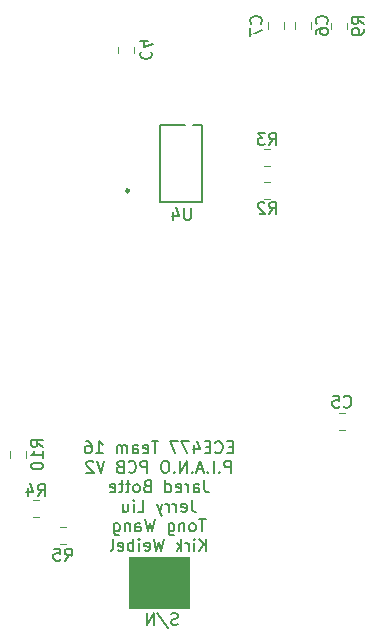
<source format=gbo>
%TF.GenerationSoftware,KiCad,Pcbnew,(5.1.5-0-10_14)*%
%TF.CreationDate,2021-10-12T17:28:20-04:00*%
%TF.ProjectId,piano_aid_pcb,7069616e-6f5f-4616-9964-5f7063622e6b,2*%
%TF.SameCoordinates,Original*%
%TF.FileFunction,Legend,Bot*%
%TF.FilePolarity,Positive*%
%FSLAX46Y46*%
G04 Gerber Fmt 4.6, Leading zero omitted, Abs format (unit mm)*
G04 Created by KiCad (PCBNEW (5.1.5-0-10_14)) date 2021-10-12 17:28:20*
%MOMM*%
%LPD*%
G04 APERTURE LIST*
%ADD10C,0.150000*%
%ADD11C,0.100000*%
%ADD12C,0.250000*%
%ADD13C,0.120000*%
%ADD14C,2.351600*%
%ADD15C,1.801600*%
%ADD16R,1.701600X3.401600*%
%ADD17R,1.701600X1.301600*%
%ADD18R,2.351600X2.351600*%
%ADD19C,2.301600*%
%ADD20O,1.701600X1.701600*%
%ADD21R,1.701600X1.701600*%
%ADD22R,1.801600X1.801600*%
%ADD23O,1.801600X1.801600*%
%ADD24C,2.101600*%
%ADD25R,2.101600X2.101600*%
%ADD26C,3.686600*%
%ADD27C,2.201600*%
%ADD28C,0.787400*%
G04 APERTURE END LIST*
D10*
X135699333Y-132992761D02*
X135556476Y-133040380D01*
X135318380Y-133040380D01*
X135223142Y-132992761D01*
X135175523Y-132945142D01*
X135127904Y-132849904D01*
X135127904Y-132754666D01*
X135175523Y-132659428D01*
X135223142Y-132611809D01*
X135318380Y-132564190D01*
X135508857Y-132516571D01*
X135604095Y-132468952D01*
X135651714Y-132421333D01*
X135699333Y-132326095D01*
X135699333Y-132230857D01*
X135651714Y-132135619D01*
X135604095Y-132088000D01*
X135508857Y-132040380D01*
X135270761Y-132040380D01*
X135127904Y-132088000D01*
X133985047Y-131992761D02*
X134842190Y-133278476D01*
X133651714Y-133040380D02*
X133651714Y-132040380D01*
X133080285Y-133040380D01*
X133080285Y-132040380D01*
D11*
G36*
X136652000Y-131572000D02*
G01*
X131572000Y-131572000D01*
X131572000Y-127254000D01*
X136652000Y-127254000D01*
X136652000Y-131572000D01*
G37*
X136652000Y-131572000D02*
X131572000Y-131572000D01*
X131572000Y-127254000D01*
X136652000Y-127254000D01*
X136652000Y-131572000D01*
D10*
X140350095Y-117977571D02*
X140016761Y-117977571D01*
X139873904Y-118501380D02*
X140350095Y-118501380D01*
X140350095Y-117501380D01*
X139873904Y-117501380D01*
X138873904Y-118406142D02*
X138921523Y-118453761D01*
X139064380Y-118501380D01*
X139159619Y-118501380D01*
X139302476Y-118453761D01*
X139397714Y-118358523D01*
X139445333Y-118263285D01*
X139492952Y-118072809D01*
X139492952Y-117929952D01*
X139445333Y-117739476D01*
X139397714Y-117644238D01*
X139302476Y-117549000D01*
X139159619Y-117501380D01*
X139064380Y-117501380D01*
X138921523Y-117549000D01*
X138873904Y-117596619D01*
X138445333Y-117977571D02*
X138112000Y-117977571D01*
X137969142Y-118501380D02*
X138445333Y-118501380D01*
X138445333Y-117501380D01*
X137969142Y-117501380D01*
X137112000Y-117834714D02*
X137112000Y-118501380D01*
X137350095Y-117453761D02*
X137588190Y-118168047D01*
X136969142Y-118168047D01*
X136683428Y-117501380D02*
X136016761Y-117501380D01*
X136445333Y-118501380D01*
X135731047Y-117501380D02*
X135064380Y-117501380D01*
X135492952Y-118501380D01*
X134064380Y-117501380D02*
X133492952Y-117501380D01*
X133778666Y-118501380D02*
X133778666Y-117501380D01*
X132778666Y-118453761D02*
X132873904Y-118501380D01*
X133064380Y-118501380D01*
X133159619Y-118453761D01*
X133207238Y-118358523D01*
X133207238Y-117977571D01*
X133159619Y-117882333D01*
X133064380Y-117834714D01*
X132873904Y-117834714D01*
X132778666Y-117882333D01*
X132731047Y-117977571D01*
X132731047Y-118072809D01*
X133207238Y-118168047D01*
X131873904Y-118501380D02*
X131873904Y-117977571D01*
X131921523Y-117882333D01*
X132016761Y-117834714D01*
X132207238Y-117834714D01*
X132302476Y-117882333D01*
X131873904Y-118453761D02*
X131969142Y-118501380D01*
X132207238Y-118501380D01*
X132302476Y-118453761D01*
X132350095Y-118358523D01*
X132350095Y-118263285D01*
X132302476Y-118168047D01*
X132207238Y-118120428D01*
X131969142Y-118120428D01*
X131873904Y-118072809D01*
X131397714Y-118501380D02*
X131397714Y-117834714D01*
X131397714Y-117929952D02*
X131350095Y-117882333D01*
X131254857Y-117834714D01*
X131112000Y-117834714D01*
X131016761Y-117882333D01*
X130969142Y-117977571D01*
X130969142Y-118501380D01*
X130969142Y-117977571D02*
X130921523Y-117882333D01*
X130826285Y-117834714D01*
X130683428Y-117834714D01*
X130588190Y-117882333D01*
X130540571Y-117977571D01*
X130540571Y-118501380D01*
X128778666Y-118501380D02*
X129350095Y-118501380D01*
X129064380Y-118501380D02*
X129064380Y-117501380D01*
X129159619Y-117644238D01*
X129254857Y-117739476D01*
X129350095Y-117787095D01*
X127921523Y-117501380D02*
X128112000Y-117501380D01*
X128207238Y-117549000D01*
X128254857Y-117596619D01*
X128350095Y-117739476D01*
X128397714Y-117929952D01*
X128397714Y-118310904D01*
X128350095Y-118406142D01*
X128302476Y-118453761D01*
X128207238Y-118501380D01*
X128016761Y-118501380D01*
X127921523Y-118453761D01*
X127873904Y-118406142D01*
X127826285Y-118310904D01*
X127826285Y-118072809D01*
X127873904Y-117977571D01*
X127921523Y-117929952D01*
X128016761Y-117882333D01*
X128207238Y-117882333D01*
X128302476Y-117929952D01*
X128350095Y-117977571D01*
X128397714Y-118072809D01*
X140207238Y-120151380D02*
X140207238Y-119151380D01*
X139826285Y-119151380D01*
X139731047Y-119199000D01*
X139683428Y-119246619D01*
X139635809Y-119341857D01*
X139635809Y-119484714D01*
X139683428Y-119579952D01*
X139731047Y-119627571D01*
X139826285Y-119675190D01*
X140207238Y-119675190D01*
X139207238Y-120056142D02*
X139159619Y-120103761D01*
X139207238Y-120151380D01*
X139254857Y-120103761D01*
X139207238Y-120056142D01*
X139207238Y-120151380D01*
X138731047Y-120151380D02*
X138731047Y-119151380D01*
X138254857Y-120056142D02*
X138207238Y-120103761D01*
X138254857Y-120151380D01*
X138302476Y-120103761D01*
X138254857Y-120056142D01*
X138254857Y-120151380D01*
X137826285Y-119865666D02*
X137350095Y-119865666D01*
X137921523Y-120151380D02*
X137588190Y-119151380D01*
X137254857Y-120151380D01*
X136921523Y-120056142D02*
X136873904Y-120103761D01*
X136921523Y-120151380D01*
X136969142Y-120103761D01*
X136921523Y-120056142D01*
X136921523Y-120151380D01*
X136445333Y-120151380D02*
X136445333Y-119151380D01*
X135873904Y-120151380D01*
X135873904Y-119151380D01*
X135397714Y-120056142D02*
X135350095Y-120103761D01*
X135397714Y-120151380D01*
X135445333Y-120103761D01*
X135397714Y-120056142D01*
X135397714Y-120151380D01*
X134731047Y-119151380D02*
X134540571Y-119151380D01*
X134445333Y-119199000D01*
X134350095Y-119294238D01*
X134302476Y-119484714D01*
X134302476Y-119818047D01*
X134350095Y-120008523D01*
X134445333Y-120103761D01*
X134540571Y-120151380D01*
X134731047Y-120151380D01*
X134826285Y-120103761D01*
X134921523Y-120008523D01*
X134969142Y-119818047D01*
X134969142Y-119484714D01*
X134921523Y-119294238D01*
X134826285Y-119199000D01*
X134731047Y-119151380D01*
X133112000Y-120151380D02*
X133112000Y-119151380D01*
X132731047Y-119151380D01*
X132635809Y-119199000D01*
X132588190Y-119246619D01*
X132540571Y-119341857D01*
X132540571Y-119484714D01*
X132588190Y-119579952D01*
X132635809Y-119627571D01*
X132731047Y-119675190D01*
X133112000Y-119675190D01*
X131540571Y-120056142D02*
X131588190Y-120103761D01*
X131731047Y-120151380D01*
X131826285Y-120151380D01*
X131969142Y-120103761D01*
X132064380Y-120008523D01*
X132112000Y-119913285D01*
X132159619Y-119722809D01*
X132159619Y-119579952D01*
X132112000Y-119389476D01*
X132064380Y-119294238D01*
X131969142Y-119199000D01*
X131826285Y-119151380D01*
X131731047Y-119151380D01*
X131588190Y-119199000D01*
X131540571Y-119246619D01*
X130778666Y-119627571D02*
X130635809Y-119675190D01*
X130588190Y-119722809D01*
X130540571Y-119818047D01*
X130540571Y-119960904D01*
X130588190Y-120056142D01*
X130635809Y-120103761D01*
X130731047Y-120151380D01*
X131112000Y-120151380D01*
X131112000Y-119151380D01*
X130778666Y-119151380D01*
X130683428Y-119199000D01*
X130635809Y-119246619D01*
X130588190Y-119341857D01*
X130588190Y-119437095D01*
X130635809Y-119532333D01*
X130683428Y-119579952D01*
X130778666Y-119627571D01*
X131112000Y-119627571D01*
X129492952Y-119151380D02*
X129159619Y-120151380D01*
X128826285Y-119151380D01*
X128540571Y-119246619D02*
X128492952Y-119199000D01*
X128397714Y-119151380D01*
X128159619Y-119151380D01*
X128064380Y-119199000D01*
X128016761Y-119246619D01*
X127969142Y-119341857D01*
X127969142Y-119437095D01*
X128016761Y-119579952D01*
X128588190Y-120151380D01*
X127969142Y-120151380D01*
X137945333Y-120801380D02*
X137945333Y-121515666D01*
X137992952Y-121658523D01*
X138088190Y-121753761D01*
X138231047Y-121801380D01*
X138326285Y-121801380D01*
X137040571Y-121801380D02*
X137040571Y-121277571D01*
X137088190Y-121182333D01*
X137183428Y-121134714D01*
X137373904Y-121134714D01*
X137469142Y-121182333D01*
X137040571Y-121753761D02*
X137135809Y-121801380D01*
X137373904Y-121801380D01*
X137469142Y-121753761D01*
X137516761Y-121658523D01*
X137516761Y-121563285D01*
X137469142Y-121468047D01*
X137373904Y-121420428D01*
X137135809Y-121420428D01*
X137040571Y-121372809D01*
X136564380Y-121801380D02*
X136564380Y-121134714D01*
X136564380Y-121325190D02*
X136516761Y-121229952D01*
X136469142Y-121182333D01*
X136373904Y-121134714D01*
X136278666Y-121134714D01*
X135564380Y-121753761D02*
X135659619Y-121801380D01*
X135850095Y-121801380D01*
X135945333Y-121753761D01*
X135992952Y-121658523D01*
X135992952Y-121277571D01*
X135945333Y-121182333D01*
X135850095Y-121134714D01*
X135659619Y-121134714D01*
X135564380Y-121182333D01*
X135516761Y-121277571D01*
X135516761Y-121372809D01*
X135992952Y-121468047D01*
X134659619Y-121801380D02*
X134659619Y-120801380D01*
X134659619Y-121753761D02*
X134754857Y-121801380D01*
X134945333Y-121801380D01*
X135040571Y-121753761D01*
X135088190Y-121706142D01*
X135135809Y-121610904D01*
X135135809Y-121325190D01*
X135088190Y-121229952D01*
X135040571Y-121182333D01*
X134945333Y-121134714D01*
X134754857Y-121134714D01*
X134659619Y-121182333D01*
X133088190Y-121277571D02*
X132945333Y-121325190D01*
X132897714Y-121372809D01*
X132850095Y-121468047D01*
X132850095Y-121610904D01*
X132897714Y-121706142D01*
X132945333Y-121753761D01*
X133040571Y-121801380D01*
X133421523Y-121801380D01*
X133421523Y-120801380D01*
X133088190Y-120801380D01*
X132992952Y-120849000D01*
X132945333Y-120896619D01*
X132897714Y-120991857D01*
X132897714Y-121087095D01*
X132945333Y-121182333D01*
X132992952Y-121229952D01*
X133088190Y-121277571D01*
X133421523Y-121277571D01*
X132278666Y-121801380D02*
X132373904Y-121753761D01*
X132421523Y-121706142D01*
X132469142Y-121610904D01*
X132469142Y-121325190D01*
X132421523Y-121229952D01*
X132373904Y-121182333D01*
X132278666Y-121134714D01*
X132135809Y-121134714D01*
X132040571Y-121182333D01*
X131992952Y-121229952D01*
X131945333Y-121325190D01*
X131945333Y-121610904D01*
X131992952Y-121706142D01*
X132040571Y-121753761D01*
X132135809Y-121801380D01*
X132278666Y-121801380D01*
X131659619Y-121134714D02*
X131278666Y-121134714D01*
X131516761Y-120801380D02*
X131516761Y-121658523D01*
X131469142Y-121753761D01*
X131373904Y-121801380D01*
X131278666Y-121801380D01*
X131088190Y-121134714D02*
X130707238Y-121134714D01*
X130945333Y-120801380D02*
X130945333Y-121658523D01*
X130897714Y-121753761D01*
X130802476Y-121801380D01*
X130707238Y-121801380D01*
X129992952Y-121753761D02*
X130088190Y-121801380D01*
X130278666Y-121801380D01*
X130373904Y-121753761D01*
X130421523Y-121658523D01*
X130421523Y-121277571D01*
X130373904Y-121182333D01*
X130278666Y-121134714D01*
X130088190Y-121134714D01*
X129992952Y-121182333D01*
X129945333Y-121277571D01*
X129945333Y-121372809D01*
X130421523Y-121468047D01*
X136873904Y-122451380D02*
X136873904Y-123165666D01*
X136921523Y-123308523D01*
X137016761Y-123403761D01*
X137159619Y-123451380D01*
X137254857Y-123451380D01*
X136016761Y-123403761D02*
X136112000Y-123451380D01*
X136302476Y-123451380D01*
X136397714Y-123403761D01*
X136445333Y-123308523D01*
X136445333Y-122927571D01*
X136397714Y-122832333D01*
X136302476Y-122784714D01*
X136112000Y-122784714D01*
X136016761Y-122832333D01*
X135969142Y-122927571D01*
X135969142Y-123022809D01*
X136445333Y-123118047D01*
X135540571Y-123451380D02*
X135540571Y-122784714D01*
X135540571Y-122975190D02*
X135492952Y-122879952D01*
X135445333Y-122832333D01*
X135350095Y-122784714D01*
X135254857Y-122784714D01*
X134921523Y-123451380D02*
X134921523Y-122784714D01*
X134921523Y-122975190D02*
X134873904Y-122879952D01*
X134826285Y-122832333D01*
X134731047Y-122784714D01*
X134635809Y-122784714D01*
X134397714Y-122784714D02*
X134159619Y-123451380D01*
X133921523Y-122784714D02*
X134159619Y-123451380D01*
X134254857Y-123689476D01*
X134302476Y-123737095D01*
X134397714Y-123784714D01*
X132302476Y-123451380D02*
X132778666Y-123451380D01*
X132778666Y-122451380D01*
X131969142Y-123451380D02*
X131969142Y-122784714D01*
X131969142Y-122451380D02*
X132016761Y-122499000D01*
X131969142Y-122546619D01*
X131921523Y-122499000D01*
X131969142Y-122451380D01*
X131969142Y-122546619D01*
X131064380Y-122784714D02*
X131064380Y-123451380D01*
X131492952Y-122784714D02*
X131492952Y-123308523D01*
X131445333Y-123403761D01*
X131350095Y-123451380D01*
X131207238Y-123451380D01*
X131112000Y-123403761D01*
X131064380Y-123356142D01*
X138064380Y-124101380D02*
X137492952Y-124101380D01*
X137778666Y-125101380D02*
X137778666Y-124101380D01*
X137016761Y-125101380D02*
X137112000Y-125053761D01*
X137159619Y-125006142D01*
X137207238Y-124910904D01*
X137207238Y-124625190D01*
X137159619Y-124529952D01*
X137112000Y-124482333D01*
X137016761Y-124434714D01*
X136873904Y-124434714D01*
X136778666Y-124482333D01*
X136731047Y-124529952D01*
X136683428Y-124625190D01*
X136683428Y-124910904D01*
X136731047Y-125006142D01*
X136778666Y-125053761D01*
X136873904Y-125101380D01*
X137016761Y-125101380D01*
X136254857Y-124434714D02*
X136254857Y-125101380D01*
X136254857Y-124529952D02*
X136207238Y-124482333D01*
X136112000Y-124434714D01*
X135969142Y-124434714D01*
X135873904Y-124482333D01*
X135826285Y-124577571D01*
X135826285Y-125101380D01*
X134921523Y-124434714D02*
X134921523Y-125244238D01*
X134969142Y-125339476D01*
X135016761Y-125387095D01*
X135112000Y-125434714D01*
X135254857Y-125434714D01*
X135350095Y-125387095D01*
X134921523Y-125053761D02*
X135016761Y-125101380D01*
X135207238Y-125101380D01*
X135302476Y-125053761D01*
X135350095Y-125006142D01*
X135397714Y-124910904D01*
X135397714Y-124625190D01*
X135350095Y-124529952D01*
X135302476Y-124482333D01*
X135207238Y-124434714D01*
X135016761Y-124434714D01*
X134921523Y-124482333D01*
X133778666Y-124101380D02*
X133540571Y-125101380D01*
X133350095Y-124387095D01*
X133159619Y-125101380D01*
X132921523Y-124101380D01*
X132112000Y-125101380D02*
X132112000Y-124577571D01*
X132159619Y-124482333D01*
X132254857Y-124434714D01*
X132445333Y-124434714D01*
X132540571Y-124482333D01*
X132112000Y-125053761D02*
X132207238Y-125101380D01*
X132445333Y-125101380D01*
X132540571Y-125053761D01*
X132588190Y-124958523D01*
X132588190Y-124863285D01*
X132540571Y-124768047D01*
X132445333Y-124720428D01*
X132207238Y-124720428D01*
X132112000Y-124672809D01*
X131635809Y-124434714D02*
X131635809Y-125101380D01*
X131635809Y-124529952D02*
X131588190Y-124482333D01*
X131492952Y-124434714D01*
X131350095Y-124434714D01*
X131254857Y-124482333D01*
X131207238Y-124577571D01*
X131207238Y-125101380D01*
X130302476Y-124434714D02*
X130302476Y-125244238D01*
X130350095Y-125339476D01*
X130397714Y-125387095D01*
X130492952Y-125434714D01*
X130635809Y-125434714D01*
X130731047Y-125387095D01*
X130302476Y-125053761D02*
X130397714Y-125101380D01*
X130588190Y-125101380D01*
X130683428Y-125053761D01*
X130731047Y-125006142D01*
X130778666Y-124910904D01*
X130778666Y-124625190D01*
X130731047Y-124529952D01*
X130683428Y-124482333D01*
X130588190Y-124434714D01*
X130397714Y-124434714D01*
X130302476Y-124482333D01*
X138088190Y-126751380D02*
X138088190Y-125751380D01*
X137516761Y-126751380D02*
X137945333Y-126179952D01*
X137516761Y-125751380D02*
X138088190Y-126322809D01*
X137088190Y-126751380D02*
X137088190Y-126084714D01*
X137088190Y-125751380D02*
X137135809Y-125799000D01*
X137088190Y-125846619D01*
X137040571Y-125799000D01*
X137088190Y-125751380D01*
X137088190Y-125846619D01*
X136612000Y-126751380D02*
X136612000Y-126084714D01*
X136612000Y-126275190D02*
X136564380Y-126179952D01*
X136516761Y-126132333D01*
X136421523Y-126084714D01*
X136326285Y-126084714D01*
X135992952Y-126751380D02*
X135992952Y-125751380D01*
X135897714Y-126370428D02*
X135612000Y-126751380D01*
X135612000Y-126084714D02*
X135992952Y-126465666D01*
X134516761Y-125751380D02*
X134278666Y-126751380D01*
X134088190Y-126037095D01*
X133897714Y-126751380D01*
X133659619Y-125751380D01*
X132897714Y-126703761D02*
X132992952Y-126751380D01*
X133183428Y-126751380D01*
X133278666Y-126703761D01*
X133326285Y-126608523D01*
X133326285Y-126227571D01*
X133278666Y-126132333D01*
X133183428Y-126084714D01*
X132992952Y-126084714D01*
X132897714Y-126132333D01*
X132850095Y-126227571D01*
X132850095Y-126322809D01*
X133326285Y-126418047D01*
X132421523Y-126751380D02*
X132421523Y-126084714D01*
X132421523Y-125751380D02*
X132469142Y-125799000D01*
X132421523Y-125846619D01*
X132373904Y-125799000D01*
X132421523Y-125751380D01*
X132421523Y-125846619D01*
X131945333Y-126751380D02*
X131945333Y-125751380D01*
X131945333Y-126132333D02*
X131850095Y-126084714D01*
X131659619Y-126084714D01*
X131564380Y-126132333D01*
X131516761Y-126179952D01*
X131469142Y-126275190D01*
X131469142Y-126560904D01*
X131516761Y-126656142D01*
X131564380Y-126703761D01*
X131659619Y-126751380D01*
X131850095Y-126751380D01*
X131945333Y-126703761D01*
X130659619Y-126703761D02*
X130754857Y-126751380D01*
X130945333Y-126751380D01*
X131040571Y-126703761D01*
X131088190Y-126608523D01*
X131088190Y-126227571D01*
X131040571Y-126132333D01*
X130945333Y-126084714D01*
X130754857Y-126084714D01*
X130659619Y-126132333D01*
X130612000Y-126227571D01*
X130612000Y-126322809D01*
X131088190Y-126418047D01*
X130040571Y-126751380D02*
X130135809Y-126703761D01*
X130183428Y-126608523D01*
X130183428Y-125751380D01*
D12*
%TO.C,U4*%
X131567000Y-96280000D02*
G75*
G03X131567000Y-96280000I-125000J0D01*
G01*
D10*
X134217000Y-90705000D02*
X134217000Y-97255000D01*
X134217000Y-90705000D02*
X137767000Y-90705000D01*
X137767000Y-90705000D02*
X137767000Y-97255000D01*
X134217000Y-97255000D02*
X137767000Y-97255000D01*
D13*
%TO.C,R10*%
X121464000Y-118870252D02*
X121464000Y-118347748D01*
X122884000Y-118870252D02*
X122884000Y-118347748D01*
%TO.C,C6*%
X145594000Y-82548252D02*
X145594000Y-82025748D01*
X147014000Y-82548252D02*
X147014000Y-82025748D01*
%TO.C,R9*%
X150062000Y-82566252D02*
X150062000Y-82043748D01*
X148642000Y-82566252D02*
X148642000Y-82043748D01*
%TO.C,C4*%
X132028000Y-84589252D02*
X132028000Y-84066748D01*
X130608000Y-84589252D02*
X130608000Y-84066748D01*
%TO.C,C5*%
X149858252Y-115114000D02*
X149335748Y-115114000D01*
X149858252Y-116534000D02*
X149335748Y-116534000D01*
%TO.C,C7*%
X143308000Y-82025748D02*
X143308000Y-82548252D01*
X144728000Y-82025748D02*
X144728000Y-82548252D01*
%TO.C,R2*%
X142985748Y-92762000D02*
X143508252Y-92762000D01*
X142985748Y-94182000D02*
X143508252Y-94182000D01*
%TO.C,R3*%
X143508252Y-96976000D02*
X142985748Y-96976000D01*
X143508252Y-95556000D02*
X142985748Y-95556000D01*
%TO.C,R4*%
X123427748Y-123900000D02*
X123950252Y-123900000D01*
X123427748Y-122480000D02*
X123950252Y-122480000D01*
%TO.C,R5*%
X125713748Y-124766000D02*
X126236252Y-124766000D01*
X125713748Y-126186000D02*
X126236252Y-126186000D01*
%TO.C,U4*%
D10*
X136820595Y-97741619D02*
X136820595Y-98564095D01*
X136772214Y-98660857D01*
X136723833Y-98709238D01*
X136627071Y-98757619D01*
X136433547Y-98757619D01*
X136336785Y-98709238D01*
X136288404Y-98660857D01*
X136240023Y-98564095D01*
X136240023Y-97741619D01*
X135320785Y-98080285D02*
X135320785Y-98757619D01*
X135562690Y-97693238D02*
X135804595Y-98418952D01*
X135175642Y-98418952D01*
%TO.C,R10*%
X124276380Y-117966142D02*
X123800190Y-117632809D01*
X124276380Y-117394714D02*
X123276380Y-117394714D01*
X123276380Y-117775666D01*
X123324000Y-117870904D01*
X123371619Y-117918523D01*
X123466857Y-117966142D01*
X123609714Y-117966142D01*
X123704952Y-117918523D01*
X123752571Y-117870904D01*
X123800190Y-117775666D01*
X123800190Y-117394714D01*
X124276380Y-118918523D02*
X124276380Y-118347095D01*
X124276380Y-118632809D02*
X123276380Y-118632809D01*
X123419238Y-118537571D01*
X123514476Y-118442333D01*
X123562095Y-118347095D01*
X123276380Y-119537571D02*
X123276380Y-119632809D01*
X123324000Y-119728047D01*
X123371619Y-119775666D01*
X123466857Y-119823285D01*
X123657333Y-119870904D01*
X123895428Y-119870904D01*
X124085904Y-119823285D01*
X124181142Y-119775666D01*
X124228761Y-119728047D01*
X124276380Y-119632809D01*
X124276380Y-119537571D01*
X124228761Y-119442333D01*
X124181142Y-119394714D01*
X124085904Y-119347095D01*
X123895428Y-119299476D01*
X123657333Y-119299476D01*
X123466857Y-119347095D01*
X123371619Y-119394714D01*
X123324000Y-119442333D01*
X123276380Y-119537571D01*
%TO.C,C6*%
X148316857Y-82117666D02*
X148365238Y-82069285D01*
X148413619Y-81924142D01*
X148413619Y-81827380D01*
X148365238Y-81682238D01*
X148268476Y-81585476D01*
X148171714Y-81537095D01*
X147978190Y-81488714D01*
X147833047Y-81488714D01*
X147639523Y-81537095D01*
X147542761Y-81585476D01*
X147446000Y-81682238D01*
X147397619Y-81827380D01*
X147397619Y-81924142D01*
X147446000Y-82069285D01*
X147494380Y-82117666D01*
X147397619Y-82988523D02*
X147397619Y-82795000D01*
X147446000Y-82698238D01*
X147494380Y-82649857D01*
X147639523Y-82553095D01*
X147833047Y-82504714D01*
X148220095Y-82504714D01*
X148316857Y-82553095D01*
X148365238Y-82601476D01*
X148413619Y-82698238D01*
X148413619Y-82891761D01*
X148365238Y-82988523D01*
X148316857Y-83036904D01*
X148220095Y-83085285D01*
X147978190Y-83085285D01*
X147881428Y-83036904D01*
X147833047Y-82988523D01*
X147784666Y-82891761D01*
X147784666Y-82698238D01*
X147833047Y-82601476D01*
X147881428Y-82553095D01*
X147978190Y-82504714D01*
%TO.C,R9*%
X151461619Y-82135666D02*
X150977809Y-81797000D01*
X151461619Y-81555095D02*
X150445619Y-81555095D01*
X150445619Y-81942142D01*
X150494000Y-82038904D01*
X150542380Y-82087285D01*
X150639142Y-82135666D01*
X150784285Y-82135666D01*
X150881047Y-82087285D01*
X150929428Y-82038904D01*
X150977809Y-81942142D01*
X150977809Y-81555095D01*
X151461619Y-82619476D02*
X151461619Y-82813000D01*
X151413238Y-82909761D01*
X151364857Y-82958142D01*
X151219714Y-83054904D01*
X151026190Y-83103285D01*
X150639142Y-83103285D01*
X150542380Y-83054904D01*
X150494000Y-83006523D01*
X150445619Y-82909761D01*
X150445619Y-82716238D01*
X150494000Y-82619476D01*
X150542380Y-82571095D01*
X150639142Y-82522714D01*
X150881047Y-82522714D01*
X150977809Y-82571095D01*
X151026190Y-82619476D01*
X151074571Y-82716238D01*
X151074571Y-82909761D01*
X151026190Y-83006523D01*
X150977809Y-83054904D01*
X150881047Y-83103285D01*
%TO.C,C4*%
X132605142Y-84497333D02*
X132556761Y-84545714D01*
X132508380Y-84690857D01*
X132508380Y-84787619D01*
X132556761Y-84932761D01*
X132653523Y-85029523D01*
X132750285Y-85077904D01*
X132943809Y-85126285D01*
X133088952Y-85126285D01*
X133282476Y-85077904D01*
X133379238Y-85029523D01*
X133476000Y-84932761D01*
X133524380Y-84787619D01*
X133524380Y-84690857D01*
X133476000Y-84545714D01*
X133427619Y-84497333D01*
X133185714Y-83626476D02*
X132508380Y-83626476D01*
X133572761Y-83868380D02*
X132847047Y-84110285D01*
X132847047Y-83481333D01*
%TO.C,C5*%
X149766333Y-114536857D02*
X149814714Y-114585238D01*
X149959857Y-114633619D01*
X150056619Y-114633619D01*
X150201761Y-114585238D01*
X150298523Y-114488476D01*
X150346904Y-114391714D01*
X150395285Y-114198190D01*
X150395285Y-114053047D01*
X150346904Y-113859523D01*
X150298523Y-113762761D01*
X150201761Y-113666000D01*
X150056619Y-113617619D01*
X149959857Y-113617619D01*
X149814714Y-113666000D01*
X149766333Y-113714380D01*
X148847095Y-113617619D02*
X149330904Y-113617619D01*
X149379285Y-114101428D01*
X149330904Y-114053047D01*
X149234142Y-114004666D01*
X148992238Y-114004666D01*
X148895476Y-114053047D01*
X148847095Y-114101428D01*
X148798714Y-114198190D01*
X148798714Y-114440095D01*
X148847095Y-114536857D01*
X148895476Y-114585238D01*
X148992238Y-114633619D01*
X149234142Y-114633619D01*
X149330904Y-114585238D01*
X149379285Y-114536857D01*
%TO.C,C7*%
X142730857Y-82117666D02*
X142779238Y-82069285D01*
X142827619Y-81924142D01*
X142827619Y-81827380D01*
X142779238Y-81682238D01*
X142682476Y-81585476D01*
X142585714Y-81537095D01*
X142392190Y-81488714D01*
X142247047Y-81488714D01*
X142053523Y-81537095D01*
X141956761Y-81585476D01*
X141860000Y-81682238D01*
X141811619Y-81827380D01*
X141811619Y-81924142D01*
X141860000Y-82069285D01*
X141908380Y-82117666D01*
X141811619Y-82456333D02*
X141811619Y-83133666D01*
X142827619Y-82698238D01*
%TO.C,R2*%
X143425333Y-98249619D02*
X143764000Y-97765809D01*
X144005904Y-98249619D02*
X144005904Y-97233619D01*
X143618857Y-97233619D01*
X143522095Y-97282000D01*
X143473714Y-97330380D01*
X143425333Y-97427142D01*
X143425333Y-97572285D01*
X143473714Y-97669047D01*
X143522095Y-97717428D01*
X143618857Y-97765809D01*
X144005904Y-97765809D01*
X143038285Y-97330380D02*
X142989904Y-97282000D01*
X142893142Y-97233619D01*
X142651238Y-97233619D01*
X142554476Y-97282000D01*
X142506095Y-97330380D01*
X142457714Y-97427142D01*
X142457714Y-97523904D01*
X142506095Y-97669047D01*
X143086666Y-98249619D01*
X142457714Y-98249619D01*
%TO.C,R3*%
X143425333Y-92407619D02*
X143764000Y-91923809D01*
X144005904Y-92407619D02*
X144005904Y-91391619D01*
X143618857Y-91391619D01*
X143522095Y-91440000D01*
X143473714Y-91488380D01*
X143425333Y-91585142D01*
X143425333Y-91730285D01*
X143473714Y-91827047D01*
X143522095Y-91875428D01*
X143618857Y-91923809D01*
X144005904Y-91923809D01*
X143086666Y-91391619D02*
X142457714Y-91391619D01*
X142796380Y-91778666D01*
X142651238Y-91778666D01*
X142554476Y-91827047D01*
X142506095Y-91875428D01*
X142457714Y-91972190D01*
X142457714Y-92214095D01*
X142506095Y-92310857D01*
X142554476Y-92359238D01*
X142651238Y-92407619D01*
X142941523Y-92407619D01*
X143038285Y-92359238D01*
X143086666Y-92310857D01*
%TO.C,R4*%
X123858333Y-122125619D02*
X124197000Y-121641809D01*
X124438904Y-122125619D02*
X124438904Y-121109619D01*
X124051857Y-121109619D01*
X123955095Y-121158000D01*
X123906714Y-121206380D01*
X123858333Y-121303142D01*
X123858333Y-121448285D01*
X123906714Y-121545047D01*
X123955095Y-121593428D01*
X124051857Y-121641809D01*
X124438904Y-121641809D01*
X122987476Y-121448285D02*
X122987476Y-122125619D01*
X123229380Y-121061238D02*
X123471285Y-121786952D01*
X122842333Y-121786952D01*
%TO.C,R5*%
X126144333Y-127585619D02*
X126483000Y-127101809D01*
X126724904Y-127585619D02*
X126724904Y-126569619D01*
X126337857Y-126569619D01*
X126241095Y-126618000D01*
X126192714Y-126666380D01*
X126144333Y-126763142D01*
X126144333Y-126908285D01*
X126192714Y-127005047D01*
X126241095Y-127053428D01*
X126337857Y-127101809D01*
X126724904Y-127101809D01*
X125225095Y-126569619D02*
X125708904Y-126569619D01*
X125757285Y-127053428D01*
X125708904Y-127005047D01*
X125612142Y-126956666D01*
X125370238Y-126956666D01*
X125273476Y-127005047D01*
X125225095Y-127053428D01*
X125176714Y-127150190D01*
X125176714Y-127392095D01*
X125225095Y-127488857D01*
X125273476Y-127537238D01*
X125370238Y-127585619D01*
X125612142Y-127585619D01*
X125708904Y-127537238D01*
X125757285Y-127488857D01*
%TD*%
%LPC*%
D11*
%TO.C,J1*%
G36*
X125979448Y-113479610D02*
G01*
X126028023Y-113486815D01*
X126075658Y-113498747D01*
X126121895Y-113515291D01*
X126166287Y-113536287D01*
X126208407Y-113561533D01*
X126247850Y-113590786D01*
X126284236Y-113623764D01*
X126317214Y-113660150D01*
X126346467Y-113699593D01*
X126371713Y-113741713D01*
X126392709Y-113786105D01*
X126409253Y-113832342D01*
X126421185Y-113879977D01*
X126428390Y-113928552D01*
X126430800Y-113977600D01*
X126430800Y-114978400D01*
X126428390Y-115027448D01*
X126421185Y-115076023D01*
X126409253Y-115123658D01*
X126392709Y-115169895D01*
X126371713Y-115214287D01*
X126346467Y-115256407D01*
X126317214Y-115295850D01*
X126284236Y-115332236D01*
X126247850Y-115365214D01*
X126208407Y-115394467D01*
X126166287Y-115419713D01*
X126121895Y-115440709D01*
X126075658Y-115457253D01*
X126028023Y-115469185D01*
X125979448Y-115476390D01*
X125930400Y-115478800D01*
X123529600Y-115478800D01*
X123480552Y-115476390D01*
X123431977Y-115469185D01*
X123384342Y-115457253D01*
X123338105Y-115440709D01*
X123293713Y-115419713D01*
X123251593Y-115394467D01*
X123212150Y-115365214D01*
X123175764Y-115332236D01*
X123142786Y-115295850D01*
X123113533Y-115256407D01*
X123088287Y-115214287D01*
X123067291Y-115169895D01*
X123050747Y-115123658D01*
X123038815Y-115076023D01*
X123031610Y-115027448D01*
X123029200Y-114978400D01*
X123029200Y-113977600D01*
X123031610Y-113928552D01*
X123038815Y-113879977D01*
X123050747Y-113832342D01*
X123067291Y-113786105D01*
X123088287Y-113741713D01*
X123113533Y-113699593D01*
X123142786Y-113660150D01*
X123175764Y-113623764D01*
X123212150Y-113590786D01*
X123251593Y-113561533D01*
X123293713Y-113536287D01*
X123338105Y-113515291D01*
X123384342Y-113498747D01*
X123431977Y-113486815D01*
X123480552Y-113479610D01*
X123529600Y-113477200D01*
X125930400Y-113477200D01*
X125979448Y-113479610D01*
G37*
G36*
X125806898Y-107679730D02*
G01*
X125857900Y-107687295D01*
X125907916Y-107699824D01*
X125956462Y-107717194D01*
X126003072Y-107739239D01*
X126047297Y-107765746D01*
X126088710Y-107796460D01*
X126126914Y-107831086D01*
X126161540Y-107869290D01*
X126192254Y-107910703D01*
X126218761Y-107954928D01*
X126240806Y-108001538D01*
X126258176Y-108050084D01*
X126270705Y-108100100D01*
X126278270Y-108151102D01*
X126280800Y-108202600D01*
X126280800Y-111253400D01*
X126278270Y-111304898D01*
X126270705Y-111355900D01*
X126258176Y-111405916D01*
X126240806Y-111454462D01*
X126218761Y-111501072D01*
X126192254Y-111545297D01*
X126161540Y-111586710D01*
X126126914Y-111624914D01*
X126088710Y-111659540D01*
X126047297Y-111690254D01*
X126003072Y-111716761D01*
X125956462Y-111738806D01*
X125907916Y-111756176D01*
X125857900Y-111768705D01*
X125806898Y-111776270D01*
X125755400Y-111778800D01*
X124704600Y-111778800D01*
X124653102Y-111776270D01*
X124602100Y-111768705D01*
X124552084Y-111756176D01*
X124503538Y-111738806D01*
X124456928Y-111716761D01*
X124412703Y-111690254D01*
X124371290Y-111659540D01*
X124333086Y-111624914D01*
X124298460Y-111586710D01*
X124267746Y-111545297D01*
X124241239Y-111501072D01*
X124219194Y-111454462D01*
X124201824Y-111405916D01*
X124189295Y-111355900D01*
X124181730Y-111304898D01*
X124179200Y-111253400D01*
X124179200Y-108202600D01*
X124181730Y-108151102D01*
X124189295Y-108100100D01*
X124201824Y-108050084D01*
X124219194Y-108001538D01*
X124241239Y-107954928D01*
X124267746Y-107910703D01*
X124298460Y-107869290D01*
X124333086Y-107831086D01*
X124371290Y-107796460D01*
X124412703Y-107765746D01*
X124456928Y-107739239D01*
X124503538Y-107717194D01*
X124552084Y-107699824D01*
X124602100Y-107687295D01*
X124653102Y-107679730D01*
X124704600Y-107677200D01*
X125755400Y-107677200D01*
X125806898Y-107679730D01*
G37*
G36*
X125979448Y-103979610D02*
G01*
X126028023Y-103986815D01*
X126075658Y-103998747D01*
X126121895Y-104015291D01*
X126166287Y-104036287D01*
X126208407Y-104061533D01*
X126247850Y-104090786D01*
X126284236Y-104123764D01*
X126317214Y-104160150D01*
X126346467Y-104199593D01*
X126371713Y-104241713D01*
X126392709Y-104286105D01*
X126409253Y-104332342D01*
X126421185Y-104379977D01*
X126428390Y-104428552D01*
X126430800Y-104477600D01*
X126430800Y-105478400D01*
X126428390Y-105527448D01*
X126421185Y-105576023D01*
X126409253Y-105623658D01*
X126392709Y-105669895D01*
X126371713Y-105714287D01*
X126346467Y-105756407D01*
X126317214Y-105795850D01*
X126284236Y-105832236D01*
X126247850Y-105865214D01*
X126208407Y-105894467D01*
X126166287Y-105919713D01*
X126121895Y-105940709D01*
X126075658Y-105957253D01*
X126028023Y-105969185D01*
X125979448Y-105976390D01*
X125930400Y-105978800D01*
X123529600Y-105978800D01*
X123480552Y-105976390D01*
X123431977Y-105969185D01*
X123384342Y-105957253D01*
X123338105Y-105940709D01*
X123293713Y-105919713D01*
X123251593Y-105894467D01*
X123212150Y-105865214D01*
X123175764Y-105832236D01*
X123142786Y-105795850D01*
X123113533Y-105756407D01*
X123088287Y-105714287D01*
X123067291Y-105669895D01*
X123050747Y-105623658D01*
X123038815Y-105576023D01*
X123031610Y-105527448D01*
X123029200Y-105478400D01*
X123029200Y-104477600D01*
X123031610Y-104428552D01*
X123038815Y-104379977D01*
X123050747Y-104332342D01*
X123067291Y-104286105D01*
X123088287Y-104241713D01*
X123113533Y-104199593D01*
X123142786Y-104160150D01*
X123175764Y-104123764D01*
X123212150Y-104090786D01*
X123251593Y-104061533D01*
X123293713Y-104036287D01*
X123338105Y-104015291D01*
X123384342Y-103998747D01*
X123431977Y-103986815D01*
X123480552Y-103979610D01*
X123529600Y-103977200D01*
X125930400Y-103977200D01*
X125979448Y-103979610D01*
G37*
G36*
X130679448Y-113479610D02*
G01*
X130728023Y-113486815D01*
X130775658Y-113498747D01*
X130821895Y-113515291D01*
X130866287Y-113536287D01*
X130908407Y-113561533D01*
X130947850Y-113590786D01*
X130984236Y-113623764D01*
X131017214Y-113660150D01*
X131046467Y-113699593D01*
X131071713Y-113741713D01*
X131092709Y-113786105D01*
X131109253Y-113832342D01*
X131121185Y-113879977D01*
X131128390Y-113928552D01*
X131130800Y-113977600D01*
X131130800Y-114978400D01*
X131128390Y-115027448D01*
X131121185Y-115076023D01*
X131109253Y-115123658D01*
X131092709Y-115169895D01*
X131071713Y-115214287D01*
X131046467Y-115256407D01*
X131017214Y-115295850D01*
X130984236Y-115332236D01*
X130947850Y-115365214D01*
X130908407Y-115394467D01*
X130866287Y-115419713D01*
X130821895Y-115440709D01*
X130775658Y-115457253D01*
X130728023Y-115469185D01*
X130679448Y-115476390D01*
X130630400Y-115478800D01*
X128229600Y-115478800D01*
X128180552Y-115476390D01*
X128131977Y-115469185D01*
X128084342Y-115457253D01*
X128038105Y-115440709D01*
X127993713Y-115419713D01*
X127951593Y-115394467D01*
X127912150Y-115365214D01*
X127875764Y-115332236D01*
X127842786Y-115295850D01*
X127813533Y-115256407D01*
X127788287Y-115214287D01*
X127767291Y-115169895D01*
X127750747Y-115123658D01*
X127738815Y-115076023D01*
X127731610Y-115027448D01*
X127729200Y-114978400D01*
X127729200Y-113977600D01*
X127731610Y-113928552D01*
X127738815Y-113879977D01*
X127750747Y-113832342D01*
X127767291Y-113786105D01*
X127788287Y-113741713D01*
X127813533Y-113699593D01*
X127842786Y-113660150D01*
X127875764Y-113623764D01*
X127912150Y-113590786D01*
X127951593Y-113561533D01*
X127993713Y-113536287D01*
X128038105Y-113515291D01*
X128084342Y-113498747D01*
X128131977Y-113486815D01*
X128180552Y-113479610D01*
X128229600Y-113477200D01*
X130630400Y-113477200D01*
X130679448Y-113479610D01*
G37*
G36*
X130679448Y-103979610D02*
G01*
X130728023Y-103986815D01*
X130775658Y-103998747D01*
X130821895Y-104015291D01*
X130866287Y-104036287D01*
X130908407Y-104061533D01*
X130947850Y-104090786D01*
X130984236Y-104123764D01*
X131017214Y-104160150D01*
X131046467Y-104199593D01*
X131071713Y-104241713D01*
X131092709Y-104286105D01*
X131109253Y-104332342D01*
X131121185Y-104379977D01*
X131128390Y-104428552D01*
X131130800Y-104477600D01*
X131130800Y-105478400D01*
X131128390Y-105527448D01*
X131121185Y-105576023D01*
X131109253Y-105623658D01*
X131092709Y-105669895D01*
X131071713Y-105714287D01*
X131046467Y-105756407D01*
X131017214Y-105795850D01*
X130984236Y-105832236D01*
X130947850Y-105865214D01*
X130908407Y-105894467D01*
X130866287Y-105919713D01*
X130821895Y-105940709D01*
X130775658Y-105957253D01*
X130728023Y-105969185D01*
X130679448Y-105976390D01*
X130630400Y-105978800D01*
X128229600Y-105978800D01*
X128180552Y-105976390D01*
X128131977Y-105969185D01*
X128084342Y-105957253D01*
X128038105Y-105940709D01*
X127993713Y-105919713D01*
X127951593Y-105894467D01*
X127912150Y-105865214D01*
X127875764Y-105832236D01*
X127842786Y-105795850D01*
X127813533Y-105756407D01*
X127788287Y-105714287D01*
X127767291Y-105669895D01*
X127750747Y-105623658D01*
X127738815Y-105576023D01*
X127731610Y-105527448D01*
X127729200Y-105478400D01*
X127729200Y-104477600D01*
X127731610Y-104428552D01*
X127738815Y-104379977D01*
X127750747Y-104332342D01*
X127767291Y-104286105D01*
X127788287Y-104241713D01*
X127813533Y-104199593D01*
X127842786Y-104160150D01*
X127875764Y-104123764D01*
X127912150Y-104090786D01*
X127951593Y-104061533D01*
X127993713Y-104036287D01*
X128038105Y-104015291D01*
X128084342Y-103998747D01*
X128131977Y-103986815D01*
X128180552Y-103979610D01*
X128229600Y-103977200D01*
X130630400Y-103977200D01*
X130679448Y-103979610D01*
G37*
D14*
X131230000Y-109728000D03*
D15*
X121980000Y-109728000D03*
%TD*%
D16*
%TO.C,U4*%
X139192000Y-93980000D03*
D17*
X132792000Y-91680000D03*
X132792000Y-93980000D03*
X132792000Y-96280000D03*
%TD*%
D14*
%TO.C,J2*%
X126428000Y-88308000D03*
X126428000Y-83308000D03*
D18*
X126428000Y-78308000D03*
%TD*%
D11*
%TO.C,R10*%
G36*
X122679383Y-116959510D02*
G01*
X122705795Y-116963428D01*
X122731696Y-116969916D01*
X122756837Y-116978911D01*
X122780974Y-116990328D01*
X122803877Y-117004055D01*
X122825324Y-117019961D01*
X122845108Y-117037892D01*
X122863039Y-117057676D01*
X122878945Y-117079123D01*
X122892672Y-117102026D01*
X122904089Y-117126163D01*
X122913084Y-117151304D01*
X122919572Y-117177205D01*
X122923490Y-117203617D01*
X122924800Y-117230286D01*
X122924800Y-117937714D01*
X122923490Y-117964383D01*
X122919572Y-117990795D01*
X122913084Y-118016696D01*
X122904089Y-118041837D01*
X122892672Y-118065974D01*
X122878945Y-118088877D01*
X122863039Y-118110324D01*
X122845108Y-118130108D01*
X122825324Y-118148039D01*
X122803877Y-118163945D01*
X122780974Y-118177672D01*
X122756837Y-118189089D01*
X122731696Y-118198084D01*
X122705795Y-118204572D01*
X122679383Y-118208490D01*
X122652714Y-118209800D01*
X121695286Y-118209800D01*
X121668617Y-118208490D01*
X121642205Y-118204572D01*
X121616304Y-118198084D01*
X121591163Y-118189089D01*
X121567026Y-118177672D01*
X121544123Y-118163945D01*
X121522676Y-118148039D01*
X121502892Y-118130108D01*
X121484961Y-118110324D01*
X121469055Y-118088877D01*
X121455328Y-118065974D01*
X121443911Y-118041837D01*
X121434916Y-118016696D01*
X121428428Y-117990795D01*
X121424510Y-117964383D01*
X121423200Y-117937714D01*
X121423200Y-117230286D01*
X121424510Y-117203617D01*
X121428428Y-117177205D01*
X121434916Y-117151304D01*
X121443911Y-117126163D01*
X121455328Y-117102026D01*
X121469055Y-117079123D01*
X121484961Y-117057676D01*
X121502892Y-117037892D01*
X121522676Y-117019961D01*
X121544123Y-117004055D01*
X121567026Y-116990328D01*
X121591163Y-116978911D01*
X121616304Y-116969916D01*
X121642205Y-116963428D01*
X121668617Y-116959510D01*
X121695286Y-116958200D01*
X122652714Y-116958200D01*
X122679383Y-116959510D01*
G37*
G36*
X122679383Y-119009510D02*
G01*
X122705795Y-119013428D01*
X122731696Y-119019916D01*
X122756837Y-119028911D01*
X122780974Y-119040328D01*
X122803877Y-119054055D01*
X122825324Y-119069961D01*
X122845108Y-119087892D01*
X122863039Y-119107676D01*
X122878945Y-119129123D01*
X122892672Y-119152026D01*
X122904089Y-119176163D01*
X122913084Y-119201304D01*
X122919572Y-119227205D01*
X122923490Y-119253617D01*
X122924800Y-119280286D01*
X122924800Y-119987714D01*
X122923490Y-120014383D01*
X122919572Y-120040795D01*
X122913084Y-120066696D01*
X122904089Y-120091837D01*
X122892672Y-120115974D01*
X122878945Y-120138877D01*
X122863039Y-120160324D01*
X122845108Y-120180108D01*
X122825324Y-120198039D01*
X122803877Y-120213945D01*
X122780974Y-120227672D01*
X122756837Y-120239089D01*
X122731696Y-120248084D01*
X122705795Y-120254572D01*
X122679383Y-120258490D01*
X122652714Y-120259800D01*
X121695286Y-120259800D01*
X121668617Y-120258490D01*
X121642205Y-120254572D01*
X121616304Y-120248084D01*
X121591163Y-120239089D01*
X121567026Y-120227672D01*
X121544123Y-120213945D01*
X121522676Y-120198039D01*
X121502892Y-120180108D01*
X121484961Y-120160324D01*
X121469055Y-120138877D01*
X121455328Y-120115974D01*
X121443911Y-120091837D01*
X121434916Y-120066696D01*
X121428428Y-120040795D01*
X121424510Y-120014383D01*
X121423200Y-119987714D01*
X121423200Y-119280286D01*
X121424510Y-119253617D01*
X121428428Y-119227205D01*
X121434916Y-119201304D01*
X121443911Y-119176163D01*
X121455328Y-119152026D01*
X121469055Y-119129123D01*
X121484961Y-119107676D01*
X121502892Y-119087892D01*
X121522676Y-119069961D01*
X121544123Y-119054055D01*
X121567026Y-119040328D01*
X121591163Y-119028911D01*
X121616304Y-119019916D01*
X121642205Y-119013428D01*
X121668617Y-119009510D01*
X121695286Y-119008200D01*
X122652714Y-119008200D01*
X122679383Y-119009510D01*
G37*
%TD*%
%TO.C,C6*%
G36*
X146809383Y-82687510D02*
G01*
X146835795Y-82691428D01*
X146861696Y-82697916D01*
X146886837Y-82706911D01*
X146910974Y-82718328D01*
X146933877Y-82732055D01*
X146955324Y-82747961D01*
X146975108Y-82765892D01*
X146993039Y-82785676D01*
X147008945Y-82807123D01*
X147022672Y-82830026D01*
X147034089Y-82854163D01*
X147043084Y-82879304D01*
X147049572Y-82905205D01*
X147053490Y-82931617D01*
X147054800Y-82958286D01*
X147054800Y-83665714D01*
X147053490Y-83692383D01*
X147049572Y-83718795D01*
X147043084Y-83744696D01*
X147034089Y-83769837D01*
X147022672Y-83793974D01*
X147008945Y-83816877D01*
X146993039Y-83838324D01*
X146975108Y-83858108D01*
X146955324Y-83876039D01*
X146933877Y-83891945D01*
X146910974Y-83905672D01*
X146886837Y-83917089D01*
X146861696Y-83926084D01*
X146835795Y-83932572D01*
X146809383Y-83936490D01*
X146782714Y-83937800D01*
X145825286Y-83937800D01*
X145798617Y-83936490D01*
X145772205Y-83932572D01*
X145746304Y-83926084D01*
X145721163Y-83917089D01*
X145697026Y-83905672D01*
X145674123Y-83891945D01*
X145652676Y-83876039D01*
X145632892Y-83858108D01*
X145614961Y-83838324D01*
X145599055Y-83816877D01*
X145585328Y-83793974D01*
X145573911Y-83769837D01*
X145564916Y-83744696D01*
X145558428Y-83718795D01*
X145554510Y-83692383D01*
X145553200Y-83665714D01*
X145553200Y-82958286D01*
X145554510Y-82931617D01*
X145558428Y-82905205D01*
X145564916Y-82879304D01*
X145573911Y-82854163D01*
X145585328Y-82830026D01*
X145599055Y-82807123D01*
X145614961Y-82785676D01*
X145632892Y-82765892D01*
X145652676Y-82747961D01*
X145674123Y-82732055D01*
X145697026Y-82718328D01*
X145721163Y-82706911D01*
X145746304Y-82697916D01*
X145772205Y-82691428D01*
X145798617Y-82687510D01*
X145825286Y-82686200D01*
X146782714Y-82686200D01*
X146809383Y-82687510D01*
G37*
G36*
X146809383Y-80637510D02*
G01*
X146835795Y-80641428D01*
X146861696Y-80647916D01*
X146886837Y-80656911D01*
X146910974Y-80668328D01*
X146933877Y-80682055D01*
X146955324Y-80697961D01*
X146975108Y-80715892D01*
X146993039Y-80735676D01*
X147008945Y-80757123D01*
X147022672Y-80780026D01*
X147034089Y-80804163D01*
X147043084Y-80829304D01*
X147049572Y-80855205D01*
X147053490Y-80881617D01*
X147054800Y-80908286D01*
X147054800Y-81615714D01*
X147053490Y-81642383D01*
X147049572Y-81668795D01*
X147043084Y-81694696D01*
X147034089Y-81719837D01*
X147022672Y-81743974D01*
X147008945Y-81766877D01*
X146993039Y-81788324D01*
X146975108Y-81808108D01*
X146955324Y-81826039D01*
X146933877Y-81841945D01*
X146910974Y-81855672D01*
X146886837Y-81867089D01*
X146861696Y-81876084D01*
X146835795Y-81882572D01*
X146809383Y-81886490D01*
X146782714Y-81887800D01*
X145825286Y-81887800D01*
X145798617Y-81886490D01*
X145772205Y-81882572D01*
X145746304Y-81876084D01*
X145721163Y-81867089D01*
X145697026Y-81855672D01*
X145674123Y-81841945D01*
X145652676Y-81826039D01*
X145632892Y-81808108D01*
X145614961Y-81788324D01*
X145599055Y-81766877D01*
X145585328Y-81743974D01*
X145573911Y-81719837D01*
X145564916Y-81694696D01*
X145558428Y-81668795D01*
X145554510Y-81642383D01*
X145553200Y-81615714D01*
X145553200Y-80908286D01*
X145554510Y-80881617D01*
X145558428Y-80855205D01*
X145564916Y-80829304D01*
X145573911Y-80804163D01*
X145585328Y-80780026D01*
X145599055Y-80757123D01*
X145614961Y-80735676D01*
X145632892Y-80715892D01*
X145652676Y-80697961D01*
X145674123Y-80682055D01*
X145697026Y-80668328D01*
X145721163Y-80656911D01*
X145746304Y-80647916D01*
X145772205Y-80641428D01*
X145798617Y-80637510D01*
X145825286Y-80636200D01*
X146782714Y-80636200D01*
X146809383Y-80637510D01*
G37*
%TD*%
D19*
%TO.C,H4*%
X162052000Y-81026000D03*
%TD*%
%TO.C,H3*%
X160528000Y-113792000D03*
%TD*%
%TO.C,H2*%
X139954000Y-113792000D03*
%TD*%
%TO.C,H1*%
X136906000Y-87376000D03*
%TD*%
D20*
%TO.C,D1*%
X144526000Y-112014000D03*
D21*
X152146000Y-112014000D03*
%TD*%
D11*
%TO.C,R9*%
G36*
X149857383Y-82705510D02*
G01*
X149883795Y-82709428D01*
X149909696Y-82715916D01*
X149934837Y-82724911D01*
X149958974Y-82736328D01*
X149981877Y-82750055D01*
X150003324Y-82765961D01*
X150023108Y-82783892D01*
X150041039Y-82803676D01*
X150056945Y-82825123D01*
X150070672Y-82848026D01*
X150082089Y-82872163D01*
X150091084Y-82897304D01*
X150097572Y-82923205D01*
X150101490Y-82949617D01*
X150102800Y-82976286D01*
X150102800Y-83683714D01*
X150101490Y-83710383D01*
X150097572Y-83736795D01*
X150091084Y-83762696D01*
X150082089Y-83787837D01*
X150070672Y-83811974D01*
X150056945Y-83834877D01*
X150041039Y-83856324D01*
X150023108Y-83876108D01*
X150003324Y-83894039D01*
X149981877Y-83909945D01*
X149958974Y-83923672D01*
X149934837Y-83935089D01*
X149909696Y-83944084D01*
X149883795Y-83950572D01*
X149857383Y-83954490D01*
X149830714Y-83955800D01*
X148873286Y-83955800D01*
X148846617Y-83954490D01*
X148820205Y-83950572D01*
X148794304Y-83944084D01*
X148769163Y-83935089D01*
X148745026Y-83923672D01*
X148722123Y-83909945D01*
X148700676Y-83894039D01*
X148680892Y-83876108D01*
X148662961Y-83856324D01*
X148647055Y-83834877D01*
X148633328Y-83811974D01*
X148621911Y-83787837D01*
X148612916Y-83762696D01*
X148606428Y-83736795D01*
X148602510Y-83710383D01*
X148601200Y-83683714D01*
X148601200Y-82976286D01*
X148602510Y-82949617D01*
X148606428Y-82923205D01*
X148612916Y-82897304D01*
X148621911Y-82872163D01*
X148633328Y-82848026D01*
X148647055Y-82825123D01*
X148662961Y-82803676D01*
X148680892Y-82783892D01*
X148700676Y-82765961D01*
X148722123Y-82750055D01*
X148745026Y-82736328D01*
X148769163Y-82724911D01*
X148794304Y-82715916D01*
X148820205Y-82709428D01*
X148846617Y-82705510D01*
X148873286Y-82704200D01*
X149830714Y-82704200D01*
X149857383Y-82705510D01*
G37*
G36*
X149857383Y-80655510D02*
G01*
X149883795Y-80659428D01*
X149909696Y-80665916D01*
X149934837Y-80674911D01*
X149958974Y-80686328D01*
X149981877Y-80700055D01*
X150003324Y-80715961D01*
X150023108Y-80733892D01*
X150041039Y-80753676D01*
X150056945Y-80775123D01*
X150070672Y-80798026D01*
X150082089Y-80822163D01*
X150091084Y-80847304D01*
X150097572Y-80873205D01*
X150101490Y-80899617D01*
X150102800Y-80926286D01*
X150102800Y-81633714D01*
X150101490Y-81660383D01*
X150097572Y-81686795D01*
X150091084Y-81712696D01*
X150082089Y-81737837D01*
X150070672Y-81761974D01*
X150056945Y-81784877D01*
X150041039Y-81806324D01*
X150023108Y-81826108D01*
X150003324Y-81844039D01*
X149981877Y-81859945D01*
X149958974Y-81873672D01*
X149934837Y-81885089D01*
X149909696Y-81894084D01*
X149883795Y-81900572D01*
X149857383Y-81904490D01*
X149830714Y-81905800D01*
X148873286Y-81905800D01*
X148846617Y-81904490D01*
X148820205Y-81900572D01*
X148794304Y-81894084D01*
X148769163Y-81885089D01*
X148745026Y-81873672D01*
X148722123Y-81859945D01*
X148700676Y-81844039D01*
X148680892Y-81826108D01*
X148662961Y-81806324D01*
X148647055Y-81784877D01*
X148633328Y-81761974D01*
X148621911Y-81737837D01*
X148612916Y-81712696D01*
X148606428Y-81686795D01*
X148602510Y-81660383D01*
X148601200Y-81633714D01*
X148601200Y-80926286D01*
X148602510Y-80899617D01*
X148606428Y-80873205D01*
X148612916Y-80847304D01*
X148621911Y-80822163D01*
X148633328Y-80798026D01*
X148647055Y-80775123D01*
X148662961Y-80753676D01*
X148680892Y-80733892D01*
X148700676Y-80715961D01*
X148722123Y-80700055D01*
X148745026Y-80686328D01*
X148769163Y-80674911D01*
X148794304Y-80665916D01*
X148820205Y-80659428D01*
X148846617Y-80655510D01*
X148873286Y-80654200D01*
X149830714Y-80654200D01*
X149857383Y-80655510D01*
G37*
%TD*%
D20*
%TO.C,U2*%
X139954000Y-99822000D03*
X147574000Y-107442000D03*
X142494000Y-99822000D03*
X145034000Y-107442000D03*
X145034000Y-99822000D03*
X142494000Y-107442000D03*
X147574000Y-99822000D03*
D21*
X139954000Y-107442000D03*
%TD*%
D22*
%TO.C,J6*%
X153924000Y-106426000D03*
D23*
X153924000Y-103886000D03*
X153924000Y-101346000D03*
X153924000Y-98806000D03*
X153924000Y-96266000D03*
X153924000Y-93726000D03*
X153924000Y-91186000D03*
%TD*%
D24*
%TO.C,C1*%
X124794000Y-98298000D03*
D25*
X129794000Y-98298000D03*
%TD*%
D11*
%TO.C,C4*%
G36*
X131823383Y-82678510D02*
G01*
X131849795Y-82682428D01*
X131875696Y-82688916D01*
X131900837Y-82697911D01*
X131924974Y-82709328D01*
X131947877Y-82723055D01*
X131969324Y-82738961D01*
X131989108Y-82756892D01*
X132007039Y-82776676D01*
X132022945Y-82798123D01*
X132036672Y-82821026D01*
X132048089Y-82845163D01*
X132057084Y-82870304D01*
X132063572Y-82896205D01*
X132067490Y-82922617D01*
X132068800Y-82949286D01*
X132068800Y-83656714D01*
X132067490Y-83683383D01*
X132063572Y-83709795D01*
X132057084Y-83735696D01*
X132048089Y-83760837D01*
X132036672Y-83784974D01*
X132022945Y-83807877D01*
X132007039Y-83829324D01*
X131989108Y-83849108D01*
X131969324Y-83867039D01*
X131947877Y-83882945D01*
X131924974Y-83896672D01*
X131900837Y-83908089D01*
X131875696Y-83917084D01*
X131849795Y-83923572D01*
X131823383Y-83927490D01*
X131796714Y-83928800D01*
X130839286Y-83928800D01*
X130812617Y-83927490D01*
X130786205Y-83923572D01*
X130760304Y-83917084D01*
X130735163Y-83908089D01*
X130711026Y-83896672D01*
X130688123Y-83882945D01*
X130666676Y-83867039D01*
X130646892Y-83849108D01*
X130628961Y-83829324D01*
X130613055Y-83807877D01*
X130599328Y-83784974D01*
X130587911Y-83760837D01*
X130578916Y-83735696D01*
X130572428Y-83709795D01*
X130568510Y-83683383D01*
X130567200Y-83656714D01*
X130567200Y-82949286D01*
X130568510Y-82922617D01*
X130572428Y-82896205D01*
X130578916Y-82870304D01*
X130587911Y-82845163D01*
X130599328Y-82821026D01*
X130613055Y-82798123D01*
X130628961Y-82776676D01*
X130646892Y-82756892D01*
X130666676Y-82738961D01*
X130688123Y-82723055D01*
X130711026Y-82709328D01*
X130735163Y-82697911D01*
X130760304Y-82688916D01*
X130786205Y-82682428D01*
X130812617Y-82678510D01*
X130839286Y-82677200D01*
X131796714Y-82677200D01*
X131823383Y-82678510D01*
G37*
G36*
X131823383Y-84728510D02*
G01*
X131849795Y-84732428D01*
X131875696Y-84738916D01*
X131900837Y-84747911D01*
X131924974Y-84759328D01*
X131947877Y-84773055D01*
X131969324Y-84788961D01*
X131989108Y-84806892D01*
X132007039Y-84826676D01*
X132022945Y-84848123D01*
X132036672Y-84871026D01*
X132048089Y-84895163D01*
X132057084Y-84920304D01*
X132063572Y-84946205D01*
X132067490Y-84972617D01*
X132068800Y-84999286D01*
X132068800Y-85706714D01*
X132067490Y-85733383D01*
X132063572Y-85759795D01*
X132057084Y-85785696D01*
X132048089Y-85810837D01*
X132036672Y-85834974D01*
X132022945Y-85857877D01*
X132007039Y-85879324D01*
X131989108Y-85899108D01*
X131969324Y-85917039D01*
X131947877Y-85932945D01*
X131924974Y-85946672D01*
X131900837Y-85958089D01*
X131875696Y-85967084D01*
X131849795Y-85973572D01*
X131823383Y-85977490D01*
X131796714Y-85978800D01*
X130839286Y-85978800D01*
X130812617Y-85977490D01*
X130786205Y-85973572D01*
X130760304Y-85967084D01*
X130735163Y-85958089D01*
X130711026Y-85946672D01*
X130688123Y-85932945D01*
X130666676Y-85917039D01*
X130646892Y-85899108D01*
X130628961Y-85879324D01*
X130613055Y-85857877D01*
X130599328Y-85834974D01*
X130587911Y-85810837D01*
X130578916Y-85785696D01*
X130572428Y-85759795D01*
X130568510Y-85733383D01*
X130567200Y-85706714D01*
X130567200Y-84999286D01*
X130568510Y-84972617D01*
X130572428Y-84946205D01*
X130578916Y-84920304D01*
X130587911Y-84895163D01*
X130599328Y-84871026D01*
X130613055Y-84848123D01*
X130628961Y-84826676D01*
X130646892Y-84806892D01*
X130666676Y-84788961D01*
X130688123Y-84773055D01*
X130711026Y-84759328D01*
X130735163Y-84747911D01*
X130760304Y-84738916D01*
X130786205Y-84732428D01*
X130812617Y-84728510D01*
X130839286Y-84727200D01*
X131796714Y-84727200D01*
X131823383Y-84728510D01*
G37*
%TD*%
%TO.C,C5*%
G36*
X148952383Y-115074510D02*
G01*
X148978795Y-115078428D01*
X149004696Y-115084916D01*
X149029837Y-115093911D01*
X149053974Y-115105328D01*
X149076877Y-115119055D01*
X149098324Y-115134961D01*
X149118108Y-115152892D01*
X149136039Y-115172676D01*
X149151945Y-115194123D01*
X149165672Y-115217026D01*
X149177089Y-115241163D01*
X149186084Y-115266304D01*
X149192572Y-115292205D01*
X149196490Y-115318617D01*
X149197800Y-115345286D01*
X149197800Y-116302714D01*
X149196490Y-116329383D01*
X149192572Y-116355795D01*
X149186084Y-116381696D01*
X149177089Y-116406837D01*
X149165672Y-116430974D01*
X149151945Y-116453877D01*
X149136039Y-116475324D01*
X149118108Y-116495108D01*
X149098324Y-116513039D01*
X149076877Y-116528945D01*
X149053974Y-116542672D01*
X149029837Y-116554089D01*
X149004696Y-116563084D01*
X148978795Y-116569572D01*
X148952383Y-116573490D01*
X148925714Y-116574800D01*
X148218286Y-116574800D01*
X148191617Y-116573490D01*
X148165205Y-116569572D01*
X148139304Y-116563084D01*
X148114163Y-116554089D01*
X148090026Y-116542672D01*
X148067123Y-116528945D01*
X148045676Y-116513039D01*
X148025892Y-116495108D01*
X148007961Y-116475324D01*
X147992055Y-116453877D01*
X147978328Y-116430974D01*
X147966911Y-116406837D01*
X147957916Y-116381696D01*
X147951428Y-116355795D01*
X147947510Y-116329383D01*
X147946200Y-116302714D01*
X147946200Y-115345286D01*
X147947510Y-115318617D01*
X147951428Y-115292205D01*
X147957916Y-115266304D01*
X147966911Y-115241163D01*
X147978328Y-115217026D01*
X147992055Y-115194123D01*
X148007961Y-115172676D01*
X148025892Y-115152892D01*
X148045676Y-115134961D01*
X148067123Y-115119055D01*
X148090026Y-115105328D01*
X148114163Y-115093911D01*
X148139304Y-115084916D01*
X148165205Y-115078428D01*
X148191617Y-115074510D01*
X148218286Y-115073200D01*
X148925714Y-115073200D01*
X148952383Y-115074510D01*
G37*
G36*
X151002383Y-115074510D02*
G01*
X151028795Y-115078428D01*
X151054696Y-115084916D01*
X151079837Y-115093911D01*
X151103974Y-115105328D01*
X151126877Y-115119055D01*
X151148324Y-115134961D01*
X151168108Y-115152892D01*
X151186039Y-115172676D01*
X151201945Y-115194123D01*
X151215672Y-115217026D01*
X151227089Y-115241163D01*
X151236084Y-115266304D01*
X151242572Y-115292205D01*
X151246490Y-115318617D01*
X151247800Y-115345286D01*
X151247800Y-116302714D01*
X151246490Y-116329383D01*
X151242572Y-116355795D01*
X151236084Y-116381696D01*
X151227089Y-116406837D01*
X151215672Y-116430974D01*
X151201945Y-116453877D01*
X151186039Y-116475324D01*
X151168108Y-116495108D01*
X151148324Y-116513039D01*
X151126877Y-116528945D01*
X151103974Y-116542672D01*
X151079837Y-116554089D01*
X151054696Y-116563084D01*
X151028795Y-116569572D01*
X151002383Y-116573490D01*
X150975714Y-116574800D01*
X150268286Y-116574800D01*
X150241617Y-116573490D01*
X150215205Y-116569572D01*
X150189304Y-116563084D01*
X150164163Y-116554089D01*
X150140026Y-116542672D01*
X150117123Y-116528945D01*
X150095676Y-116513039D01*
X150075892Y-116495108D01*
X150057961Y-116475324D01*
X150042055Y-116453877D01*
X150028328Y-116430974D01*
X150016911Y-116406837D01*
X150007916Y-116381696D01*
X150001428Y-116355795D01*
X149997510Y-116329383D01*
X149996200Y-116302714D01*
X149996200Y-115345286D01*
X149997510Y-115318617D01*
X150001428Y-115292205D01*
X150007916Y-115266304D01*
X150016911Y-115241163D01*
X150028328Y-115217026D01*
X150042055Y-115194123D01*
X150057961Y-115172676D01*
X150075892Y-115152892D01*
X150095676Y-115134961D01*
X150117123Y-115119055D01*
X150140026Y-115105328D01*
X150164163Y-115093911D01*
X150189304Y-115084916D01*
X150215205Y-115078428D01*
X150241617Y-115074510D01*
X150268286Y-115073200D01*
X150975714Y-115073200D01*
X151002383Y-115074510D01*
G37*
%TD*%
%TO.C,C7*%
G36*
X144523383Y-82687510D02*
G01*
X144549795Y-82691428D01*
X144575696Y-82697916D01*
X144600837Y-82706911D01*
X144624974Y-82718328D01*
X144647877Y-82732055D01*
X144669324Y-82747961D01*
X144689108Y-82765892D01*
X144707039Y-82785676D01*
X144722945Y-82807123D01*
X144736672Y-82830026D01*
X144748089Y-82854163D01*
X144757084Y-82879304D01*
X144763572Y-82905205D01*
X144767490Y-82931617D01*
X144768800Y-82958286D01*
X144768800Y-83665714D01*
X144767490Y-83692383D01*
X144763572Y-83718795D01*
X144757084Y-83744696D01*
X144748089Y-83769837D01*
X144736672Y-83793974D01*
X144722945Y-83816877D01*
X144707039Y-83838324D01*
X144689108Y-83858108D01*
X144669324Y-83876039D01*
X144647877Y-83891945D01*
X144624974Y-83905672D01*
X144600837Y-83917089D01*
X144575696Y-83926084D01*
X144549795Y-83932572D01*
X144523383Y-83936490D01*
X144496714Y-83937800D01*
X143539286Y-83937800D01*
X143512617Y-83936490D01*
X143486205Y-83932572D01*
X143460304Y-83926084D01*
X143435163Y-83917089D01*
X143411026Y-83905672D01*
X143388123Y-83891945D01*
X143366676Y-83876039D01*
X143346892Y-83858108D01*
X143328961Y-83838324D01*
X143313055Y-83816877D01*
X143299328Y-83793974D01*
X143287911Y-83769837D01*
X143278916Y-83744696D01*
X143272428Y-83718795D01*
X143268510Y-83692383D01*
X143267200Y-83665714D01*
X143267200Y-82958286D01*
X143268510Y-82931617D01*
X143272428Y-82905205D01*
X143278916Y-82879304D01*
X143287911Y-82854163D01*
X143299328Y-82830026D01*
X143313055Y-82807123D01*
X143328961Y-82785676D01*
X143346892Y-82765892D01*
X143366676Y-82747961D01*
X143388123Y-82732055D01*
X143411026Y-82718328D01*
X143435163Y-82706911D01*
X143460304Y-82697916D01*
X143486205Y-82691428D01*
X143512617Y-82687510D01*
X143539286Y-82686200D01*
X144496714Y-82686200D01*
X144523383Y-82687510D01*
G37*
G36*
X144523383Y-80637510D02*
G01*
X144549795Y-80641428D01*
X144575696Y-80647916D01*
X144600837Y-80656911D01*
X144624974Y-80668328D01*
X144647877Y-80682055D01*
X144669324Y-80697961D01*
X144689108Y-80715892D01*
X144707039Y-80735676D01*
X144722945Y-80757123D01*
X144736672Y-80780026D01*
X144748089Y-80804163D01*
X144757084Y-80829304D01*
X144763572Y-80855205D01*
X144767490Y-80881617D01*
X144768800Y-80908286D01*
X144768800Y-81615714D01*
X144767490Y-81642383D01*
X144763572Y-81668795D01*
X144757084Y-81694696D01*
X144748089Y-81719837D01*
X144736672Y-81743974D01*
X144722945Y-81766877D01*
X144707039Y-81788324D01*
X144689108Y-81808108D01*
X144669324Y-81826039D01*
X144647877Y-81841945D01*
X144624974Y-81855672D01*
X144600837Y-81867089D01*
X144575696Y-81876084D01*
X144549795Y-81882572D01*
X144523383Y-81886490D01*
X144496714Y-81887800D01*
X143539286Y-81887800D01*
X143512617Y-81886490D01*
X143486205Y-81882572D01*
X143460304Y-81876084D01*
X143435163Y-81867089D01*
X143411026Y-81855672D01*
X143388123Y-81841945D01*
X143366676Y-81826039D01*
X143346892Y-81808108D01*
X143328961Y-81788324D01*
X143313055Y-81766877D01*
X143299328Y-81743974D01*
X143287911Y-81719837D01*
X143278916Y-81694696D01*
X143272428Y-81668795D01*
X143268510Y-81642383D01*
X143267200Y-81615714D01*
X143267200Y-80908286D01*
X143268510Y-80881617D01*
X143272428Y-80855205D01*
X143278916Y-80829304D01*
X143287911Y-80804163D01*
X143299328Y-80780026D01*
X143313055Y-80757123D01*
X143328961Y-80735676D01*
X143346892Y-80715892D01*
X143366676Y-80697961D01*
X143388123Y-80682055D01*
X143411026Y-80668328D01*
X143435163Y-80656911D01*
X143460304Y-80647916D01*
X143486205Y-80641428D01*
X143512617Y-80637510D01*
X143539286Y-80636200D01*
X144496714Y-80636200D01*
X144523383Y-80637510D01*
G37*
%TD*%
D26*
%TO.C,J3*%
X142978000Y-126930000D03*
X157988000Y-126930000D03*
D27*
X147983000Y-131930000D03*
X152983000Y-131930000D03*
X145478000Y-119430000D03*
X155488000Y-119430000D03*
X142978000Y-121920000D03*
X150483000Y-121920000D03*
X157988000Y-121920000D03*
%TD*%
D23*
%TO.C,J4*%
X161290000Y-105918000D03*
X161290000Y-103378000D03*
X161290000Y-100838000D03*
X161290000Y-98298000D03*
X161290000Y-95758000D03*
D22*
X161290000Y-93218000D03*
%TD*%
D11*
%TO.C,R2*%
G36*
X142602383Y-92722510D02*
G01*
X142628795Y-92726428D01*
X142654696Y-92732916D01*
X142679837Y-92741911D01*
X142703974Y-92753328D01*
X142726877Y-92767055D01*
X142748324Y-92782961D01*
X142768108Y-92800892D01*
X142786039Y-92820676D01*
X142801945Y-92842123D01*
X142815672Y-92865026D01*
X142827089Y-92889163D01*
X142836084Y-92914304D01*
X142842572Y-92940205D01*
X142846490Y-92966617D01*
X142847800Y-92993286D01*
X142847800Y-93950714D01*
X142846490Y-93977383D01*
X142842572Y-94003795D01*
X142836084Y-94029696D01*
X142827089Y-94054837D01*
X142815672Y-94078974D01*
X142801945Y-94101877D01*
X142786039Y-94123324D01*
X142768108Y-94143108D01*
X142748324Y-94161039D01*
X142726877Y-94176945D01*
X142703974Y-94190672D01*
X142679837Y-94202089D01*
X142654696Y-94211084D01*
X142628795Y-94217572D01*
X142602383Y-94221490D01*
X142575714Y-94222800D01*
X141868286Y-94222800D01*
X141841617Y-94221490D01*
X141815205Y-94217572D01*
X141789304Y-94211084D01*
X141764163Y-94202089D01*
X141740026Y-94190672D01*
X141717123Y-94176945D01*
X141695676Y-94161039D01*
X141675892Y-94143108D01*
X141657961Y-94123324D01*
X141642055Y-94101877D01*
X141628328Y-94078974D01*
X141616911Y-94054837D01*
X141607916Y-94029696D01*
X141601428Y-94003795D01*
X141597510Y-93977383D01*
X141596200Y-93950714D01*
X141596200Y-92993286D01*
X141597510Y-92966617D01*
X141601428Y-92940205D01*
X141607916Y-92914304D01*
X141616911Y-92889163D01*
X141628328Y-92865026D01*
X141642055Y-92842123D01*
X141657961Y-92820676D01*
X141675892Y-92800892D01*
X141695676Y-92782961D01*
X141717123Y-92767055D01*
X141740026Y-92753328D01*
X141764163Y-92741911D01*
X141789304Y-92732916D01*
X141815205Y-92726428D01*
X141841617Y-92722510D01*
X141868286Y-92721200D01*
X142575714Y-92721200D01*
X142602383Y-92722510D01*
G37*
G36*
X144652383Y-92722510D02*
G01*
X144678795Y-92726428D01*
X144704696Y-92732916D01*
X144729837Y-92741911D01*
X144753974Y-92753328D01*
X144776877Y-92767055D01*
X144798324Y-92782961D01*
X144818108Y-92800892D01*
X144836039Y-92820676D01*
X144851945Y-92842123D01*
X144865672Y-92865026D01*
X144877089Y-92889163D01*
X144886084Y-92914304D01*
X144892572Y-92940205D01*
X144896490Y-92966617D01*
X144897800Y-92993286D01*
X144897800Y-93950714D01*
X144896490Y-93977383D01*
X144892572Y-94003795D01*
X144886084Y-94029696D01*
X144877089Y-94054837D01*
X144865672Y-94078974D01*
X144851945Y-94101877D01*
X144836039Y-94123324D01*
X144818108Y-94143108D01*
X144798324Y-94161039D01*
X144776877Y-94176945D01*
X144753974Y-94190672D01*
X144729837Y-94202089D01*
X144704696Y-94211084D01*
X144678795Y-94217572D01*
X144652383Y-94221490D01*
X144625714Y-94222800D01*
X143918286Y-94222800D01*
X143891617Y-94221490D01*
X143865205Y-94217572D01*
X143839304Y-94211084D01*
X143814163Y-94202089D01*
X143790026Y-94190672D01*
X143767123Y-94176945D01*
X143745676Y-94161039D01*
X143725892Y-94143108D01*
X143707961Y-94123324D01*
X143692055Y-94101877D01*
X143678328Y-94078974D01*
X143666911Y-94054837D01*
X143657916Y-94029696D01*
X143651428Y-94003795D01*
X143647510Y-93977383D01*
X143646200Y-93950714D01*
X143646200Y-92993286D01*
X143647510Y-92966617D01*
X143651428Y-92940205D01*
X143657916Y-92914304D01*
X143666911Y-92889163D01*
X143678328Y-92865026D01*
X143692055Y-92842123D01*
X143707961Y-92820676D01*
X143725892Y-92800892D01*
X143745676Y-92782961D01*
X143767123Y-92767055D01*
X143790026Y-92753328D01*
X143814163Y-92741911D01*
X143839304Y-92732916D01*
X143865205Y-92726428D01*
X143891617Y-92722510D01*
X143918286Y-92721200D01*
X144625714Y-92721200D01*
X144652383Y-92722510D01*
G37*
%TD*%
%TO.C,R3*%
G36*
X144652383Y-95516510D02*
G01*
X144678795Y-95520428D01*
X144704696Y-95526916D01*
X144729837Y-95535911D01*
X144753974Y-95547328D01*
X144776877Y-95561055D01*
X144798324Y-95576961D01*
X144818108Y-95594892D01*
X144836039Y-95614676D01*
X144851945Y-95636123D01*
X144865672Y-95659026D01*
X144877089Y-95683163D01*
X144886084Y-95708304D01*
X144892572Y-95734205D01*
X144896490Y-95760617D01*
X144897800Y-95787286D01*
X144897800Y-96744714D01*
X144896490Y-96771383D01*
X144892572Y-96797795D01*
X144886084Y-96823696D01*
X144877089Y-96848837D01*
X144865672Y-96872974D01*
X144851945Y-96895877D01*
X144836039Y-96917324D01*
X144818108Y-96937108D01*
X144798324Y-96955039D01*
X144776877Y-96970945D01*
X144753974Y-96984672D01*
X144729837Y-96996089D01*
X144704696Y-97005084D01*
X144678795Y-97011572D01*
X144652383Y-97015490D01*
X144625714Y-97016800D01*
X143918286Y-97016800D01*
X143891617Y-97015490D01*
X143865205Y-97011572D01*
X143839304Y-97005084D01*
X143814163Y-96996089D01*
X143790026Y-96984672D01*
X143767123Y-96970945D01*
X143745676Y-96955039D01*
X143725892Y-96937108D01*
X143707961Y-96917324D01*
X143692055Y-96895877D01*
X143678328Y-96872974D01*
X143666911Y-96848837D01*
X143657916Y-96823696D01*
X143651428Y-96797795D01*
X143647510Y-96771383D01*
X143646200Y-96744714D01*
X143646200Y-95787286D01*
X143647510Y-95760617D01*
X143651428Y-95734205D01*
X143657916Y-95708304D01*
X143666911Y-95683163D01*
X143678328Y-95659026D01*
X143692055Y-95636123D01*
X143707961Y-95614676D01*
X143725892Y-95594892D01*
X143745676Y-95576961D01*
X143767123Y-95561055D01*
X143790026Y-95547328D01*
X143814163Y-95535911D01*
X143839304Y-95526916D01*
X143865205Y-95520428D01*
X143891617Y-95516510D01*
X143918286Y-95515200D01*
X144625714Y-95515200D01*
X144652383Y-95516510D01*
G37*
G36*
X142602383Y-95516510D02*
G01*
X142628795Y-95520428D01*
X142654696Y-95526916D01*
X142679837Y-95535911D01*
X142703974Y-95547328D01*
X142726877Y-95561055D01*
X142748324Y-95576961D01*
X142768108Y-95594892D01*
X142786039Y-95614676D01*
X142801945Y-95636123D01*
X142815672Y-95659026D01*
X142827089Y-95683163D01*
X142836084Y-95708304D01*
X142842572Y-95734205D01*
X142846490Y-95760617D01*
X142847800Y-95787286D01*
X142847800Y-96744714D01*
X142846490Y-96771383D01*
X142842572Y-96797795D01*
X142836084Y-96823696D01*
X142827089Y-96848837D01*
X142815672Y-96872974D01*
X142801945Y-96895877D01*
X142786039Y-96917324D01*
X142768108Y-96937108D01*
X142748324Y-96955039D01*
X142726877Y-96970945D01*
X142703974Y-96984672D01*
X142679837Y-96996089D01*
X142654696Y-97005084D01*
X142628795Y-97011572D01*
X142602383Y-97015490D01*
X142575714Y-97016800D01*
X141868286Y-97016800D01*
X141841617Y-97015490D01*
X141815205Y-97011572D01*
X141789304Y-97005084D01*
X141764163Y-96996089D01*
X141740026Y-96984672D01*
X141717123Y-96970945D01*
X141695676Y-96955039D01*
X141675892Y-96937108D01*
X141657961Y-96917324D01*
X141642055Y-96895877D01*
X141628328Y-96872974D01*
X141616911Y-96848837D01*
X141607916Y-96823696D01*
X141601428Y-96797795D01*
X141597510Y-96771383D01*
X141596200Y-96744714D01*
X141596200Y-95787286D01*
X141597510Y-95760617D01*
X141601428Y-95734205D01*
X141607916Y-95708304D01*
X141616911Y-95683163D01*
X141628328Y-95659026D01*
X141642055Y-95636123D01*
X141657961Y-95614676D01*
X141675892Y-95594892D01*
X141695676Y-95576961D01*
X141717123Y-95561055D01*
X141740026Y-95547328D01*
X141764163Y-95535911D01*
X141789304Y-95526916D01*
X141815205Y-95520428D01*
X141841617Y-95516510D01*
X141868286Y-95515200D01*
X142575714Y-95515200D01*
X142602383Y-95516510D01*
G37*
%TD*%
%TO.C,R4*%
G36*
X125094383Y-122440510D02*
G01*
X125120795Y-122444428D01*
X125146696Y-122450916D01*
X125171837Y-122459911D01*
X125195974Y-122471328D01*
X125218877Y-122485055D01*
X125240324Y-122500961D01*
X125260108Y-122518892D01*
X125278039Y-122538676D01*
X125293945Y-122560123D01*
X125307672Y-122583026D01*
X125319089Y-122607163D01*
X125328084Y-122632304D01*
X125334572Y-122658205D01*
X125338490Y-122684617D01*
X125339800Y-122711286D01*
X125339800Y-123668714D01*
X125338490Y-123695383D01*
X125334572Y-123721795D01*
X125328084Y-123747696D01*
X125319089Y-123772837D01*
X125307672Y-123796974D01*
X125293945Y-123819877D01*
X125278039Y-123841324D01*
X125260108Y-123861108D01*
X125240324Y-123879039D01*
X125218877Y-123894945D01*
X125195974Y-123908672D01*
X125171837Y-123920089D01*
X125146696Y-123929084D01*
X125120795Y-123935572D01*
X125094383Y-123939490D01*
X125067714Y-123940800D01*
X124360286Y-123940800D01*
X124333617Y-123939490D01*
X124307205Y-123935572D01*
X124281304Y-123929084D01*
X124256163Y-123920089D01*
X124232026Y-123908672D01*
X124209123Y-123894945D01*
X124187676Y-123879039D01*
X124167892Y-123861108D01*
X124149961Y-123841324D01*
X124134055Y-123819877D01*
X124120328Y-123796974D01*
X124108911Y-123772837D01*
X124099916Y-123747696D01*
X124093428Y-123721795D01*
X124089510Y-123695383D01*
X124088200Y-123668714D01*
X124088200Y-122711286D01*
X124089510Y-122684617D01*
X124093428Y-122658205D01*
X124099916Y-122632304D01*
X124108911Y-122607163D01*
X124120328Y-122583026D01*
X124134055Y-122560123D01*
X124149961Y-122538676D01*
X124167892Y-122518892D01*
X124187676Y-122500961D01*
X124209123Y-122485055D01*
X124232026Y-122471328D01*
X124256163Y-122459911D01*
X124281304Y-122450916D01*
X124307205Y-122444428D01*
X124333617Y-122440510D01*
X124360286Y-122439200D01*
X125067714Y-122439200D01*
X125094383Y-122440510D01*
G37*
G36*
X123044383Y-122440510D02*
G01*
X123070795Y-122444428D01*
X123096696Y-122450916D01*
X123121837Y-122459911D01*
X123145974Y-122471328D01*
X123168877Y-122485055D01*
X123190324Y-122500961D01*
X123210108Y-122518892D01*
X123228039Y-122538676D01*
X123243945Y-122560123D01*
X123257672Y-122583026D01*
X123269089Y-122607163D01*
X123278084Y-122632304D01*
X123284572Y-122658205D01*
X123288490Y-122684617D01*
X123289800Y-122711286D01*
X123289800Y-123668714D01*
X123288490Y-123695383D01*
X123284572Y-123721795D01*
X123278084Y-123747696D01*
X123269089Y-123772837D01*
X123257672Y-123796974D01*
X123243945Y-123819877D01*
X123228039Y-123841324D01*
X123210108Y-123861108D01*
X123190324Y-123879039D01*
X123168877Y-123894945D01*
X123145974Y-123908672D01*
X123121837Y-123920089D01*
X123096696Y-123929084D01*
X123070795Y-123935572D01*
X123044383Y-123939490D01*
X123017714Y-123940800D01*
X122310286Y-123940800D01*
X122283617Y-123939490D01*
X122257205Y-123935572D01*
X122231304Y-123929084D01*
X122206163Y-123920089D01*
X122182026Y-123908672D01*
X122159123Y-123894945D01*
X122137676Y-123879039D01*
X122117892Y-123861108D01*
X122099961Y-123841324D01*
X122084055Y-123819877D01*
X122070328Y-123796974D01*
X122058911Y-123772837D01*
X122049916Y-123747696D01*
X122043428Y-123721795D01*
X122039510Y-123695383D01*
X122038200Y-123668714D01*
X122038200Y-122711286D01*
X122039510Y-122684617D01*
X122043428Y-122658205D01*
X122049916Y-122632304D01*
X122058911Y-122607163D01*
X122070328Y-122583026D01*
X122084055Y-122560123D01*
X122099961Y-122538676D01*
X122117892Y-122518892D01*
X122137676Y-122500961D01*
X122159123Y-122485055D01*
X122182026Y-122471328D01*
X122206163Y-122459911D01*
X122231304Y-122450916D01*
X122257205Y-122444428D01*
X122283617Y-122440510D01*
X122310286Y-122439200D01*
X123017714Y-122439200D01*
X123044383Y-122440510D01*
G37*
%TD*%
%TO.C,R5*%
G36*
X125330383Y-124726510D02*
G01*
X125356795Y-124730428D01*
X125382696Y-124736916D01*
X125407837Y-124745911D01*
X125431974Y-124757328D01*
X125454877Y-124771055D01*
X125476324Y-124786961D01*
X125496108Y-124804892D01*
X125514039Y-124824676D01*
X125529945Y-124846123D01*
X125543672Y-124869026D01*
X125555089Y-124893163D01*
X125564084Y-124918304D01*
X125570572Y-124944205D01*
X125574490Y-124970617D01*
X125575800Y-124997286D01*
X125575800Y-125954714D01*
X125574490Y-125981383D01*
X125570572Y-126007795D01*
X125564084Y-126033696D01*
X125555089Y-126058837D01*
X125543672Y-126082974D01*
X125529945Y-126105877D01*
X125514039Y-126127324D01*
X125496108Y-126147108D01*
X125476324Y-126165039D01*
X125454877Y-126180945D01*
X125431974Y-126194672D01*
X125407837Y-126206089D01*
X125382696Y-126215084D01*
X125356795Y-126221572D01*
X125330383Y-126225490D01*
X125303714Y-126226800D01*
X124596286Y-126226800D01*
X124569617Y-126225490D01*
X124543205Y-126221572D01*
X124517304Y-126215084D01*
X124492163Y-126206089D01*
X124468026Y-126194672D01*
X124445123Y-126180945D01*
X124423676Y-126165039D01*
X124403892Y-126147108D01*
X124385961Y-126127324D01*
X124370055Y-126105877D01*
X124356328Y-126082974D01*
X124344911Y-126058837D01*
X124335916Y-126033696D01*
X124329428Y-126007795D01*
X124325510Y-125981383D01*
X124324200Y-125954714D01*
X124324200Y-124997286D01*
X124325510Y-124970617D01*
X124329428Y-124944205D01*
X124335916Y-124918304D01*
X124344911Y-124893163D01*
X124356328Y-124869026D01*
X124370055Y-124846123D01*
X124385961Y-124824676D01*
X124403892Y-124804892D01*
X124423676Y-124786961D01*
X124445123Y-124771055D01*
X124468026Y-124757328D01*
X124492163Y-124745911D01*
X124517304Y-124736916D01*
X124543205Y-124730428D01*
X124569617Y-124726510D01*
X124596286Y-124725200D01*
X125303714Y-124725200D01*
X125330383Y-124726510D01*
G37*
G36*
X127380383Y-124726510D02*
G01*
X127406795Y-124730428D01*
X127432696Y-124736916D01*
X127457837Y-124745911D01*
X127481974Y-124757328D01*
X127504877Y-124771055D01*
X127526324Y-124786961D01*
X127546108Y-124804892D01*
X127564039Y-124824676D01*
X127579945Y-124846123D01*
X127593672Y-124869026D01*
X127605089Y-124893163D01*
X127614084Y-124918304D01*
X127620572Y-124944205D01*
X127624490Y-124970617D01*
X127625800Y-124997286D01*
X127625800Y-125954714D01*
X127624490Y-125981383D01*
X127620572Y-126007795D01*
X127614084Y-126033696D01*
X127605089Y-126058837D01*
X127593672Y-126082974D01*
X127579945Y-126105877D01*
X127564039Y-126127324D01*
X127546108Y-126147108D01*
X127526324Y-126165039D01*
X127504877Y-126180945D01*
X127481974Y-126194672D01*
X127457837Y-126206089D01*
X127432696Y-126215084D01*
X127406795Y-126221572D01*
X127380383Y-126225490D01*
X127353714Y-126226800D01*
X126646286Y-126226800D01*
X126619617Y-126225490D01*
X126593205Y-126221572D01*
X126567304Y-126215084D01*
X126542163Y-126206089D01*
X126518026Y-126194672D01*
X126495123Y-126180945D01*
X126473676Y-126165039D01*
X126453892Y-126147108D01*
X126435961Y-126127324D01*
X126420055Y-126105877D01*
X126406328Y-126082974D01*
X126394911Y-126058837D01*
X126385916Y-126033696D01*
X126379428Y-126007795D01*
X126375510Y-125981383D01*
X126374200Y-125954714D01*
X126374200Y-124997286D01*
X126375510Y-124970617D01*
X126379428Y-124944205D01*
X126385916Y-124918304D01*
X126394911Y-124893163D01*
X126406328Y-124869026D01*
X126420055Y-124846123D01*
X126435961Y-124824676D01*
X126453892Y-124804892D01*
X126473676Y-124786961D01*
X126495123Y-124771055D01*
X126518026Y-124757328D01*
X126542163Y-124745911D01*
X126567304Y-124736916D01*
X126593205Y-124730428D01*
X126619617Y-124726510D01*
X126646286Y-124725200D01*
X127353714Y-124725200D01*
X127380383Y-124726510D01*
G37*
%TD*%
D28*
X129286000Y-80264000D03*
X152146000Y-74180300D03*
X142748000Y-74853000D03*
X142240000Y-98044000D03*
X138684000Y-84074000D03*
X149466300Y-87122000D03*
X136144000Y-96520000D03*
X152654000Y-89154000D03*
X142240000Y-83312000D03*
X127000000Y-127508000D03*
X139446000Y-89408000D03*
X136652000Y-90424000D03*
X151721358Y-77178000D03*
X122936000Y-128524000D03*
X124714000Y-127508000D03*
X127000000Y-123444000D03*
X136144000Y-114300000D03*
X151638000Y-75184000D03*
X152654000Y-75184000D03*
X147574000Y-88392000D03*
X136842538Y-116649462D03*
X125984000Y-117602000D03*
X137668000Y-102108000D03*
M02*

</source>
